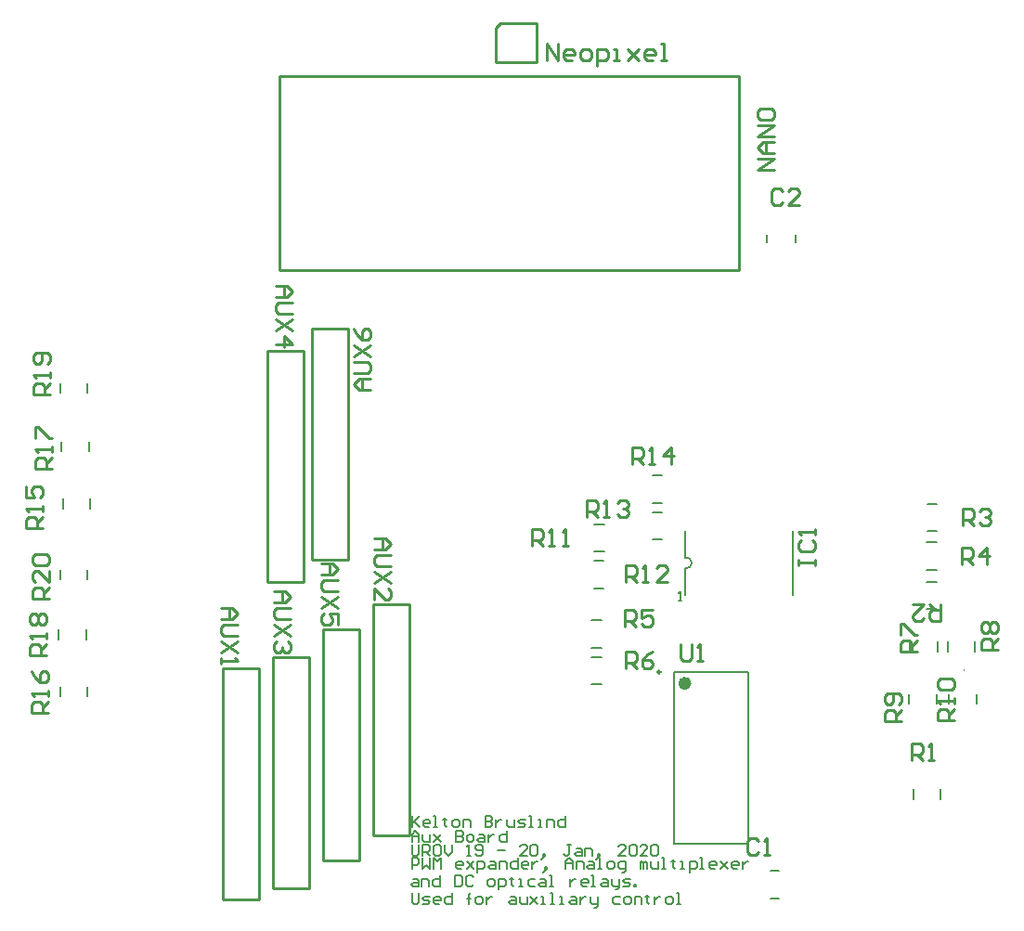
<source format=gto>
G04 Layer_Color=15132400*
%FSLAX24Y24*%
%MOIN*%
G70*
G01*
G75*
%ADD18C,0.0100*%
%ADD36C,0.0079*%
%ADD37C,0.0098*%
%ADD38C,0.0236*%
%ADD39C,0.0000*%
D18*
X16850Y20850D02*
X18150D01*
X16850Y12550D02*
Y20850D01*
Y12550D02*
X18150D01*
Y20850D01*
X15050Y19850D02*
X16350D01*
X15050Y11550D02*
Y19850D01*
Y11550D02*
X16350D01*
Y19850D01*
X18650Y21750D02*
X19950D01*
X18650Y13450D02*
Y21750D01*
Y13450D02*
X19950D01*
Y21750D01*
X14850Y30850D02*
X16150D01*
X14850Y22550D02*
Y30850D01*
Y22550D02*
X16150D01*
Y30850D01*
X16450Y31650D02*
X17750D01*
X16450Y23350D02*
Y31650D01*
Y23350D02*
X17750D01*
Y31650D01*
X13250Y19450D02*
X14550D01*
X13250Y11150D02*
Y19450D01*
Y11150D02*
X14550D01*
Y19450D01*
X23072Y41211D02*
Y42422D01*
X23239Y42589D01*
X24528D01*
X23072Y41211D02*
X24511D01*
X24528Y41228D01*
Y42589D01*
X31800Y33750D02*
Y40700D01*
X15300D02*
X31800D01*
X15300Y33750D02*
X31800D01*
X15300D02*
Y40700D01*
X33071Y37352D02*
X32471D01*
X33071Y37752D01*
X32471D01*
X33071Y37952D02*
X32671D01*
X32471Y38152D01*
X32671Y38352D01*
X33071D01*
X32771D01*
Y37952D01*
X33071Y38552D02*
X32471D01*
X33071Y38952D01*
X32471D01*
Y39452D02*
Y39252D01*
X32571Y39152D01*
X32971D01*
X33071Y39252D01*
Y39452D01*
X32971Y39552D01*
X32571D01*
X32471Y39452D01*
X7028Y21939D02*
X6428D01*
Y22239D01*
X6528Y22339D01*
X6728D01*
X6828Y22239D01*
Y21939D01*
Y22139D02*
X7028Y22339D01*
Y22939D02*
Y22539D01*
X6628Y22939D01*
X6528D01*
X6428Y22839D01*
Y22639D01*
X6528Y22539D01*
Y23139D02*
X6428Y23239D01*
Y23438D01*
X6528Y23538D01*
X6928D01*
X7028Y23438D01*
Y23239D01*
X6928Y23139D01*
X6528D01*
X7047Y29262D02*
X6447D01*
Y29562D01*
X6547Y29662D01*
X6747D01*
X6847Y29562D01*
Y29262D01*
Y29462D02*
X7047Y29662D01*
Y29862D02*
Y30062D01*
Y29962D01*
X6447D01*
X6547Y29862D01*
X6947Y30361D02*
X7047Y30461D01*
Y30661D01*
X6947Y30761D01*
X6547D01*
X6447Y30661D01*
Y30461D01*
X6547Y30361D01*
X6647D01*
X6747Y30461D01*
Y30761D01*
X6929Y19892D02*
X6329D01*
Y20192D01*
X6429Y20292D01*
X6629D01*
X6729Y20192D01*
Y19892D01*
Y20092D02*
X6929Y20292D01*
Y20492D02*
Y20691D01*
Y20592D01*
X6329D01*
X6429Y20492D01*
Y20991D02*
X6329Y21091D01*
Y21291D01*
X6429Y21391D01*
X6529D01*
X6629Y21291D01*
X6729Y21391D01*
X6829D01*
X6929Y21291D01*
Y21091D01*
X6829Y20991D01*
X6729D01*
X6629Y21091D01*
X6529Y20991D01*
X6429D01*
X6629Y21091D02*
Y21291D01*
X7116Y26614D02*
X6516D01*
Y26914D01*
X6616Y27014D01*
X6816D01*
X6916Y26914D01*
Y26614D01*
Y26814D02*
X7116Y27014D01*
Y27214D02*
Y27414D01*
Y27314D01*
X6516D01*
X6616Y27214D01*
X6516Y27714D02*
Y28114D01*
X6616D01*
X7016Y27714D01*
X7116D01*
X6998Y17835D02*
X6398D01*
Y18135D01*
X6498Y18235D01*
X6698D01*
X6798Y18135D01*
Y17835D01*
Y18035D02*
X6998Y18235D01*
Y18434D02*
Y18634D01*
Y18534D01*
X6398D01*
X6498Y18434D01*
X6398Y19334D02*
X6498Y19134D01*
X6698Y18934D01*
X6898D01*
X6998Y19034D01*
Y19234D01*
X6898Y19334D01*
X6798D01*
X6698Y19234D01*
Y18934D01*
X29705Y20314D02*
Y19815D01*
X29805Y19715D01*
X30005D01*
X30105Y19815D01*
Y20314D01*
X30305Y19715D02*
X30504D01*
X30405D01*
Y20314D01*
X30305Y20214D01*
X6781Y24469D02*
X6182D01*
Y24768D01*
X6282Y24868D01*
X6482D01*
X6582Y24768D01*
Y24469D01*
Y24668D02*
X6781Y24868D01*
Y25068D02*
Y25268D01*
Y25168D01*
X6182D01*
X6282Y25068D01*
X6182Y25968D02*
Y25568D01*
X6482D01*
X6382Y25768D01*
Y25868D01*
X6482Y25968D01*
X6682D01*
X6781Y25868D01*
Y25668D01*
X6682Y25568D01*
X27953Y26762D02*
Y27362D01*
X28253D01*
X28353Y27262D01*
Y27062D01*
X28253Y26962D01*
X27953D01*
X28153D02*
X28353Y26762D01*
X28553D02*
X28753D01*
X28653D01*
Y27362D01*
X28553Y27262D01*
X29352Y26762D02*
Y27362D01*
X29052Y27062D01*
X29452D01*
X26339Y24882D02*
Y25482D01*
X26638D01*
X26738Y25382D01*
Y25182D01*
X26638Y25082D01*
X26339D01*
X26539D02*
X26738Y24882D01*
X26938D02*
X27138D01*
X27038D01*
Y25482D01*
X26938Y25382D01*
X27438D02*
X27538Y25482D01*
X27738D01*
X27838Y25382D01*
Y25282D01*
X27738Y25182D01*
X27638D01*
X27738D01*
X27838Y25082D01*
Y24982D01*
X27738Y24882D01*
X27538D01*
X27438Y24982D01*
X27726Y22539D02*
Y23139D01*
X28026D01*
X28126Y23039D01*
Y22839D01*
X28026Y22739D01*
X27726D01*
X27926D02*
X28126Y22539D01*
X28326D02*
X28526D01*
X28426D01*
Y23139D01*
X28326Y23039D01*
X29226Y22539D02*
X28826D01*
X29226Y22939D01*
Y23039D01*
X29126Y23139D01*
X28926D01*
X28826Y23039D01*
X24341Y23829D02*
Y24429D01*
X24640D01*
X24740Y24329D01*
Y24129D01*
X24640Y24029D01*
X24341D01*
X24540D02*
X24740Y23829D01*
X24940D02*
X25140D01*
X25040D01*
Y24429D01*
X24940Y24329D01*
X25440Y23829D02*
X25640D01*
X25540D01*
Y24429D01*
X25440Y24329D01*
X39519Y17585D02*
X38919D01*
Y17885D01*
X39019Y17985D01*
X39219D01*
X39319Y17885D01*
Y17585D01*
Y17785D02*
X39519Y17985D01*
Y18185D02*
Y18385D01*
Y18285D01*
X38919D01*
X39019Y18185D01*
Y18685D02*
X38919Y18785D01*
Y18985D01*
X39019Y19085D01*
X39419D01*
X39519Y18985D01*
Y18785D01*
X39419Y18685D01*
X39019D01*
X37638Y17530D02*
X37038D01*
Y17829D01*
X37138Y17929D01*
X37338D01*
X37438Y17829D01*
Y17530D01*
Y17729D02*
X37638Y17929D01*
X37538Y18129D02*
X37638Y18229D01*
Y18429D01*
X37538Y18529D01*
X37138D01*
X37038Y18429D01*
Y18229D01*
X37138Y18129D01*
X37238D01*
X37338Y18229D01*
Y18529D01*
X41102Y20098D02*
X40503D01*
Y20398D01*
X40603Y20498D01*
X40802D01*
X40902Y20398D01*
Y20098D01*
Y20298D02*
X41102Y20498D01*
X40603Y20698D02*
X40503Y20798D01*
Y20998D01*
X40603Y21098D01*
X40702D01*
X40802Y20998D01*
X40902Y21098D01*
X41002D01*
X41102Y20998D01*
Y20798D01*
X41002Y20698D01*
X40902D01*
X40802Y20798D01*
X40702Y20698D01*
X40603D01*
X40802Y20798D02*
Y20998D01*
X38175Y20026D02*
X37575D01*
Y20326D01*
X37675Y20426D01*
X37875D01*
X37975Y20326D01*
Y20026D01*
Y20226D02*
X38175Y20426D01*
X37575Y20626D02*
Y21026D01*
X37675D01*
X38075Y20626D01*
X38175D01*
X27707Y19449D02*
Y20049D01*
X28007D01*
X28107Y19949D01*
Y19749D01*
X28007Y19649D01*
X27707D01*
X27907D02*
X28107Y19449D01*
X28706Y20049D02*
X28506Y19949D01*
X28307Y19749D01*
Y19549D01*
X28406Y19449D01*
X28606D01*
X28706Y19549D01*
Y19649D01*
X28606Y19749D01*
X28307D01*
X27687Y20935D02*
Y21535D01*
X27987D01*
X28087Y21435D01*
Y21235D01*
X27987Y21135D01*
X27687D01*
X27887D02*
X28087Y20935D01*
X28687Y21535D02*
X28287D01*
Y21235D01*
X28487Y21335D01*
X28587D01*
X28687Y21235D01*
Y21035D01*
X28587Y20935D01*
X28387D01*
X28287Y21035D01*
X39793Y23159D02*
Y23759D01*
X40093D01*
X40193Y23659D01*
Y23459D01*
X40093Y23359D01*
X39793D01*
X39993D02*
X40193Y23159D01*
X40693D02*
Y23759D01*
X40393Y23459D01*
X40793D01*
X39823Y24577D02*
Y25177D01*
X40123D01*
X40223Y25077D01*
Y24877D01*
X40123Y24777D01*
X39823D01*
X40023D02*
X40223Y24577D01*
X40423Y25077D02*
X40523Y25177D01*
X40723D01*
X40823Y25077D01*
Y24977D01*
X40723Y24877D01*
X40623D01*
X40723D01*
X40823Y24777D01*
Y24677D01*
X40723Y24577D01*
X40523D01*
X40423Y24677D01*
X39011Y21747D02*
Y21147D01*
X38711D01*
X38611Y21247D01*
Y21447D01*
X38711Y21547D01*
X39011D01*
X38811D02*
X38611Y21747D01*
X38011D02*
X38411D01*
X38011Y21347D01*
Y21247D01*
X38111Y21147D01*
X38311D01*
X38411Y21247D01*
X37994Y16129D02*
Y16728D01*
X38294D01*
X38394Y16628D01*
Y16428D01*
X38294Y16329D01*
X37994D01*
X38194D02*
X38394Y16129D01*
X38594D02*
X38794D01*
X38694D01*
Y16728D01*
X38594Y16628D01*
X15157Y33179D02*
X15557D01*
X15757Y32979D01*
X15557Y32779D01*
X15157D01*
X15457D01*
Y33179D01*
X15757Y32579D02*
X15257D01*
X15157Y32479D01*
Y32279D01*
X15257Y32179D01*
X15757D01*
Y31980D02*
X15157Y31580D01*
X15757D02*
X15157Y31980D01*
Y31080D02*
X15757D01*
X15457Y31380D01*
Y30980D01*
X15100Y22200D02*
X15500D01*
X15700Y22000D01*
X15500Y21800D01*
X15100D01*
X15400D01*
Y22200D01*
X15700Y21600D02*
X15200D01*
X15100Y21500D01*
Y21300D01*
X15200Y21200D01*
X15700D01*
Y21000D02*
X15100Y20601D01*
X15700D02*
X15100Y21000D01*
X15600Y20401D02*
X15700Y20301D01*
Y20101D01*
X15600Y20001D01*
X15500D01*
X15400Y20101D01*
Y20201D01*
Y20101D01*
X15300Y20001D01*
X15200D01*
X15100Y20101D01*
Y20301D01*
X15200Y20401D01*
X18700Y24100D02*
X19100D01*
X19300Y23900D01*
X19100Y23700D01*
X18700D01*
X19000D01*
Y24100D01*
X19300Y23500D02*
X18800D01*
X18700Y23400D01*
Y23200D01*
X18800Y23100D01*
X19300D01*
Y22900D02*
X18700Y22501D01*
X19300D02*
X18700Y22900D01*
Y21901D02*
Y22301D01*
X19100Y21901D01*
X19200D01*
X19300Y22001D01*
Y22201D01*
X19200Y22301D01*
X13200Y21600D02*
X13600D01*
X13800Y21400D01*
X13600Y21200D01*
X13200D01*
X13500D01*
Y21600D01*
X13800Y21000D02*
X13300D01*
X13200Y20900D01*
Y20700D01*
X13300Y20600D01*
X13800D01*
Y20400D02*
X13200Y20001D01*
X13800D02*
X13200Y20400D01*
Y19801D02*
Y19601D01*
Y19701D01*
X13800D01*
X13700Y19801D01*
X16800Y23200D02*
X17200D01*
X17400Y23000D01*
X17200Y22800D01*
X16800D01*
X17100D01*
Y23200D01*
X17400Y22600D02*
X16900D01*
X16800Y22500D01*
Y22300D01*
X16900Y22200D01*
X17400D01*
Y22000D02*
X16800Y21601D01*
X17400D02*
X16800Y22000D01*
X17400Y21001D02*
Y21401D01*
X17100D01*
X17200Y21201D01*
Y21101D01*
X17100Y21001D01*
X16900D01*
X16800Y21101D01*
Y21301D01*
X16900Y21401D01*
X18553Y29429D02*
X18153D01*
X17953Y29629D01*
X18153Y29829D01*
X18553D01*
X18253D01*
Y29429D01*
X17953Y30029D02*
X18453D01*
X18553Y30129D01*
Y30329D01*
X18453Y30429D01*
X17953D01*
Y30629D02*
X18553Y31029D01*
X17953D02*
X18553Y30629D01*
X17953Y31628D02*
X18053Y31428D01*
X18253Y31229D01*
X18453D01*
X18553Y31329D01*
Y31528D01*
X18453Y31628D01*
X18353D01*
X18253Y31528D01*
Y31229D01*
X33918Y23140D02*
Y23340D01*
Y23240D01*
X34518D01*
Y23140D01*
Y23340D01*
X34018Y24039D02*
X33918Y23939D01*
Y23740D01*
X34018Y23640D01*
X34418D01*
X34518Y23740D01*
Y23939D01*
X34418Y24039D01*
X34518Y24239D02*
Y24439D01*
Y24339D01*
X33918D01*
X34018Y24239D01*
X33372Y36573D02*
X33272Y36673D01*
X33072D01*
X32972Y36573D01*
Y36173D01*
X33072Y36073D01*
X33272D01*
X33372Y36173D01*
X33972Y36073D02*
X33572D01*
X33972Y36473D01*
Y36573D01*
X33872Y36673D01*
X33672D01*
X33572Y36573D01*
X32481Y13233D02*
X32381Y13333D01*
X32181D01*
X32081Y13233D01*
Y12833D01*
X32181Y12733D01*
X32381D01*
X32481Y12833D01*
X32681Y12733D02*
X32881D01*
X32781D01*
Y13333D01*
X32681Y13233D01*
X24892Y41280D02*
Y41879D01*
X25292Y41280D01*
Y41879D01*
X25791Y41280D02*
X25592D01*
X25492Y41379D01*
Y41579D01*
X25592Y41679D01*
X25791D01*
X25891Y41579D01*
Y41479D01*
X25492D01*
X26191Y41280D02*
X26391D01*
X26491Y41379D01*
Y41579D01*
X26391Y41679D01*
X26191D01*
X26091Y41579D01*
Y41379D01*
X26191Y41280D01*
X26691Y41080D02*
Y41679D01*
X26991D01*
X27091Y41579D01*
Y41379D01*
X26991Y41280D01*
X26691D01*
X27291D02*
X27491D01*
X27391D01*
Y41679D01*
X27291D01*
X27791D02*
X28191Y41280D01*
X27991Y41479D01*
X28191Y41679D01*
X27791Y41280D01*
X28691D02*
X28491D01*
X28391Y41379D01*
Y41579D01*
X28491Y41679D01*
X28691D01*
X28790Y41579D01*
Y41479D01*
X28391D01*
X28990Y41280D02*
X29190D01*
X29090D01*
Y41879D01*
X28990D01*
D36*
X29871Y23032D02*
G03*
X29860Y23419I31J194D01*
G01*
X32785Y34734D02*
Y35010D01*
X33809Y34734D02*
Y35010D01*
X7508Y25173D02*
Y25527D01*
X8492Y25173D02*
Y25527D01*
X28681Y26358D02*
X29035D01*
X28681Y25374D02*
X29035D01*
X28681Y24065D02*
X29035D01*
X28681Y25049D02*
X29035D01*
X26575Y23297D02*
X26929D01*
X26575Y22313D02*
X26929D01*
X26595Y23622D02*
X26949D01*
X26595Y24606D02*
X26949D01*
X39326Y18158D02*
Y18512D01*
X40311Y18158D02*
Y18512D01*
X38888Y18159D02*
Y18514D01*
X37904Y18159D02*
Y18514D01*
X40266Y20049D02*
Y20404D01*
X39281Y20049D02*
Y20404D01*
X37933Y20049D02*
Y20404D01*
X38917Y20049D02*
Y20404D01*
X26496Y18868D02*
X26850D01*
X26496Y19852D02*
X26850D01*
X26496Y21171D02*
X26850D01*
X26496Y20187D02*
X26850D01*
X38524Y23967D02*
X38878D01*
X38524Y22982D02*
X38878D01*
X38543Y24370D02*
X38898D01*
X38543Y25354D02*
X38898D01*
X38533Y21555D02*
X38888D01*
X38533Y22539D02*
X38888D01*
X38041Y14734D02*
Y15089D01*
X39026Y14734D02*
Y15089D01*
X29858Y22077D02*
Y23042D01*
Y23414D02*
Y24380D01*
X33708Y22077D02*
Y24380D01*
X32933Y11161D02*
X33209D01*
X32933Y12185D02*
X33209D01*
X29449Y13150D02*
Y19291D01*
X32126Y13150D02*
Y19291D01*
X29449D02*
X32126D01*
X29449Y13150D02*
X32126D01*
X8392Y22623D02*
Y22977D01*
X7408Y22623D02*
Y22977D01*
X8342Y20473D02*
Y20827D01*
X7358Y20473D02*
Y20827D01*
X8392Y18423D02*
Y18777D01*
X7408Y18423D02*
Y18777D01*
X8442Y27223D02*
Y27577D01*
X7458Y27223D02*
Y27577D01*
X8392Y29323D02*
Y29677D01*
X7408Y29323D02*
Y29677D01*
X20049Y14134D02*
Y13740D01*
Y13871D01*
X20312Y14134D01*
X20115Y13937D01*
X20312Y13740D01*
X20640D02*
X20508D01*
X20443Y13806D01*
Y13937D01*
X20508Y14003D01*
X20640D01*
X20705Y13937D01*
Y13871D01*
X20443D01*
X20836Y13740D02*
X20968D01*
X20902D01*
Y14134D01*
X20836D01*
X21230Y14068D02*
Y14003D01*
X21164D01*
X21296D01*
X21230D01*
Y13806D01*
X21296Y13740D01*
X21558D02*
X21689D01*
X21755Y13806D01*
Y13937D01*
X21689Y14003D01*
X21558D01*
X21492Y13937D01*
Y13806D01*
X21558Y13740D01*
X21886D02*
Y14003D01*
X22083D01*
X22148Y13937D01*
Y13740D01*
X22673Y14134D02*
Y13740D01*
X22870D01*
X22935Y13806D01*
Y13871D01*
X22870Y13937D01*
X22673D01*
X22870D01*
X22935Y14003D01*
Y14068D01*
X22870Y14134D01*
X22673D01*
X23067Y14003D02*
Y13740D01*
Y13871D01*
X23132Y13937D01*
X23198Y14003D01*
X23263D01*
X23460D02*
Y13806D01*
X23526Y13740D01*
X23723D01*
Y14003D01*
X23854Y13740D02*
X24051D01*
X24116Y13806D01*
X24051Y13871D01*
X23919D01*
X23854Y13937D01*
X23919Y14003D01*
X24116D01*
X24247Y13740D02*
X24379D01*
X24313D01*
Y14134D01*
X24247D01*
X24575Y13740D02*
X24706D01*
X24641D01*
Y14003D01*
X24575D01*
X24903Y13740D02*
Y14003D01*
X25100D01*
X25166Y13937D01*
Y13740D01*
X25559Y14134D02*
Y13740D01*
X25362D01*
X25297Y13806D01*
Y13937D01*
X25362Y14003D01*
X25559D01*
X20041Y13199D02*
Y13462D01*
X20172Y13593D01*
X20303Y13462D01*
Y13199D01*
Y13396D01*
X20041D01*
X20434Y13462D02*
Y13265D01*
X20500Y13199D01*
X20697D01*
Y13462D01*
X20828D02*
X21090Y13199D01*
X20959Y13330D01*
X21090Y13462D01*
X20828Y13199D01*
X21615Y13593D02*
Y13199D01*
X21812D01*
X21877Y13265D01*
Y13330D01*
X21812Y13396D01*
X21615D01*
X21812D01*
X21877Y13462D01*
Y13527D01*
X21812Y13593D01*
X21615D01*
X22074Y13199D02*
X22205D01*
X22271Y13265D01*
Y13396D01*
X22205Y13462D01*
X22074D01*
X22008Y13396D01*
Y13265D01*
X22074Y13199D01*
X22468Y13462D02*
X22599D01*
X22664Y13396D01*
Y13199D01*
X22468D01*
X22402Y13265D01*
X22468Y13330D01*
X22664D01*
X22796Y13462D02*
Y13199D01*
Y13330D01*
X22861Y13396D01*
X22927Y13462D01*
X22992D01*
X23452Y13593D02*
Y13199D01*
X23255D01*
X23189Y13265D01*
Y13396D01*
X23255Y13462D01*
X23452D01*
X20041Y13093D02*
Y12765D01*
X20106Y12699D01*
X20237D01*
X20303Y12765D01*
Y13093D01*
X20434Y12699D02*
Y13093D01*
X20631D01*
X20697Y13027D01*
Y12896D01*
X20631Y12830D01*
X20434D01*
X20565D02*
X20697Y12699D01*
X21024Y13093D02*
X20893D01*
X20828Y13027D01*
Y12765D01*
X20893Y12699D01*
X21024D01*
X21090Y12765D01*
Y13027D01*
X21024Y13093D01*
X21221D02*
Y12830D01*
X21352Y12699D01*
X21484Y12830D01*
Y13093D01*
X22008Y12699D02*
X22140D01*
X22074D01*
Y13093D01*
X22008Y13027D01*
X22336Y12765D02*
X22402Y12699D01*
X22533D01*
X22599Y12765D01*
Y13027D01*
X22533Y13093D01*
X22402D01*
X22336Y13027D01*
Y12962D01*
X22402Y12896D01*
X22599D01*
X23124D02*
X23386D01*
X24173Y12699D02*
X23911D01*
X24173Y12962D01*
Y13027D01*
X24107Y13093D01*
X23976D01*
X23911Y13027D01*
X24304D02*
X24370Y13093D01*
X24501D01*
X24567Y13027D01*
Y12765D01*
X24501Y12699D01*
X24370D01*
X24304Y12765D01*
Y13027D01*
X24763Y12634D02*
X24829Y12699D01*
Y12765D01*
X24763D01*
Y12699D01*
X24829D01*
X24763Y12634D01*
X24698Y12568D01*
X25747Y13093D02*
X25616D01*
X25682D01*
Y12765D01*
X25616Y12699D01*
X25551D01*
X25485Y12765D01*
X25944Y12962D02*
X26075D01*
X26141Y12896D01*
Y12699D01*
X25944D01*
X25879Y12765D01*
X25944Y12830D01*
X26141D01*
X26272Y12699D02*
Y12962D01*
X26469D01*
X26535Y12896D01*
Y12699D01*
X26731Y12634D02*
X26797Y12699D01*
Y12765D01*
X26731D01*
Y12699D01*
X26797D01*
X26731Y12634D01*
X26666Y12568D01*
X27715Y12699D02*
X27453D01*
X27715Y12962D01*
Y13027D01*
X27650Y13093D01*
X27518D01*
X27453Y13027D01*
X27846D02*
X27912Y13093D01*
X28043D01*
X28109Y13027D01*
Y12765D01*
X28043Y12699D01*
X27912D01*
X27846Y12765D01*
Y13027D01*
X28502Y12699D02*
X28240D01*
X28502Y12962D01*
Y13027D01*
X28437Y13093D01*
X28306D01*
X28240Y13027D01*
X28634D02*
X28699Y13093D01*
X28830D01*
X28896Y13027D01*
Y12765D01*
X28830Y12699D01*
X28699D01*
X28634Y12765D01*
Y13027D01*
X20041Y12249D02*
Y12643D01*
X20237D01*
X20303Y12577D01*
Y12446D01*
X20237Y12380D01*
X20041D01*
X20434Y12643D02*
Y12249D01*
X20565Y12380D01*
X20697Y12249D01*
Y12643D01*
X20828Y12249D02*
Y12643D01*
X20959Y12512D01*
X21090Y12643D01*
Y12249D01*
X21812D02*
X21680D01*
X21615Y12315D01*
Y12446D01*
X21680Y12512D01*
X21812D01*
X21877Y12446D01*
Y12380D01*
X21615D01*
X22008Y12512D02*
X22271Y12249D01*
X22140Y12380D01*
X22271Y12512D01*
X22008Y12249D01*
X22402Y12118D02*
Y12512D01*
X22599D01*
X22664Y12446D01*
Y12315D01*
X22599Y12249D01*
X22402D01*
X22861Y12512D02*
X22992D01*
X23058Y12446D01*
Y12249D01*
X22861D01*
X22796Y12315D01*
X22861Y12380D01*
X23058D01*
X23189Y12249D02*
Y12512D01*
X23386D01*
X23452Y12446D01*
Y12249D01*
X23845Y12643D02*
Y12249D01*
X23648D01*
X23583Y12315D01*
Y12446D01*
X23648Y12512D01*
X23845D01*
X24173Y12249D02*
X24042D01*
X23976Y12315D01*
Y12446D01*
X24042Y12512D01*
X24173D01*
X24239Y12446D01*
Y12380D01*
X23976D01*
X24370Y12512D02*
Y12249D01*
Y12380D01*
X24435Y12446D01*
X24501Y12512D01*
X24567D01*
X24829Y12184D02*
X24895Y12249D01*
Y12315D01*
X24829D01*
Y12249D01*
X24895D01*
X24829Y12184D01*
X24763Y12118D01*
X25551Y12249D02*
Y12512D01*
X25682Y12643D01*
X25813Y12512D01*
Y12249D01*
Y12446D01*
X25551D01*
X25944Y12249D02*
Y12512D01*
X26141D01*
X26207Y12446D01*
Y12249D01*
X26403Y12512D02*
X26535D01*
X26600Y12446D01*
Y12249D01*
X26403D01*
X26338Y12315D01*
X26403Y12380D01*
X26600D01*
X26731Y12249D02*
X26862D01*
X26797D01*
Y12643D01*
X26731D01*
X27125Y12249D02*
X27256D01*
X27322Y12315D01*
Y12446D01*
X27256Y12512D01*
X27125D01*
X27059Y12446D01*
Y12315D01*
X27125Y12249D01*
X27584Y12118D02*
X27650D01*
X27715Y12184D01*
Y12512D01*
X27518D01*
X27453Y12446D01*
Y12315D01*
X27518Y12249D01*
X27715D01*
X28240D02*
Y12512D01*
X28306D01*
X28371Y12446D01*
Y12249D01*
Y12446D01*
X28437Y12512D01*
X28502Y12446D01*
Y12249D01*
X28634Y12512D02*
Y12315D01*
X28699Y12249D01*
X28896D01*
Y12512D01*
X29027Y12249D02*
X29158D01*
X29093D01*
Y12643D01*
X29027D01*
X29421Y12577D02*
Y12512D01*
X29355D01*
X29486D01*
X29421D01*
Y12315D01*
X29486Y12249D01*
X29683D02*
X29814D01*
X29749D01*
Y12512D01*
X29683D01*
X30011Y12118D02*
Y12512D01*
X30208D01*
X30273Y12446D01*
Y12315D01*
X30208Y12249D01*
X30011D01*
X30405D02*
X30536D01*
X30470D01*
Y12643D01*
X30405D01*
X30929Y12249D02*
X30798D01*
X30733Y12315D01*
Y12446D01*
X30798Y12512D01*
X30929D01*
X30995Y12446D01*
Y12380D01*
X30733D01*
X31126Y12512D02*
X31389Y12249D01*
X31257Y12380D01*
X31389Y12512D01*
X31126Y12249D01*
X31717D02*
X31585D01*
X31520Y12315D01*
Y12446D01*
X31585Y12512D01*
X31717D01*
X31782Y12446D01*
Y12380D01*
X31520D01*
X31913Y12512D02*
Y12249D01*
Y12380D01*
X31979Y12446D01*
X32045Y12512D01*
X32110D01*
X20077Y11883D02*
X20209D01*
X20274Y11817D01*
Y11620D01*
X20077D01*
X20012Y11686D01*
X20077Y11752D01*
X20274D01*
X20405Y11620D02*
Y11883D01*
X20602D01*
X20668Y11817D01*
Y11620D01*
X21061Y12014D02*
Y11620D01*
X20865D01*
X20799Y11686D01*
Y11817D01*
X20865Y11883D01*
X21061D01*
X21586Y12014D02*
Y11620D01*
X21783D01*
X21848Y11686D01*
Y11948D01*
X21783Y12014D01*
X21586D01*
X22242Y11948D02*
X22176Y12014D01*
X22045D01*
X21980Y11948D01*
Y11686D01*
X22045Y11620D01*
X22176D01*
X22242Y11686D01*
X22832Y11620D02*
X22964D01*
X23029Y11686D01*
Y11817D01*
X22964Y11883D01*
X22832D01*
X22767Y11817D01*
Y11686D01*
X22832Y11620D01*
X23160Y11489D02*
Y11883D01*
X23357D01*
X23423Y11817D01*
Y11686D01*
X23357Y11620D01*
X23160D01*
X23620Y11948D02*
Y11883D01*
X23554D01*
X23685D01*
X23620D01*
Y11686D01*
X23685Y11620D01*
X23882D02*
X24013D01*
X23948D01*
Y11883D01*
X23882D01*
X24472D02*
X24276D01*
X24210Y11817D01*
Y11686D01*
X24276Y11620D01*
X24472D01*
X24669Y11883D02*
X24800D01*
X24866Y11817D01*
Y11620D01*
X24669D01*
X24604Y11686D01*
X24669Y11752D01*
X24866D01*
X24997Y11620D02*
X25128D01*
X25063D01*
Y12014D01*
X24997D01*
X25719Y11883D02*
Y11620D01*
Y11752D01*
X25784Y11817D01*
X25850Y11883D01*
X25915D01*
X26309Y11620D02*
X26178D01*
X26112Y11686D01*
Y11817D01*
X26178Y11883D01*
X26309D01*
X26375Y11817D01*
Y11752D01*
X26112D01*
X26506Y11620D02*
X26637D01*
X26571D01*
Y12014D01*
X26506D01*
X26899Y11883D02*
X27031D01*
X27096Y11817D01*
Y11620D01*
X26899D01*
X26834Y11686D01*
X26899Y11752D01*
X27096D01*
X27227Y11883D02*
Y11686D01*
X27293Y11620D01*
X27490D01*
Y11555D01*
X27424Y11489D01*
X27359D01*
X27490Y11620D02*
Y11883D01*
X27621Y11620D02*
X27818D01*
X27883Y11686D01*
X27818Y11752D01*
X27687D01*
X27621Y11817D01*
X27687Y11883D01*
X27883D01*
X28014Y11620D02*
Y11686D01*
X28080D01*
Y11620D01*
X28014D01*
X29622Y21878D02*
X29727D01*
X29674D01*
Y22193D01*
X29622Y22141D01*
X20041Y11364D02*
Y11036D01*
X20107Y10971D01*
X20238D01*
X20304Y11036D01*
Y11364D01*
X20435Y10971D02*
X20632D01*
X20697Y11036D01*
X20632Y11102D01*
X20501D01*
X20435Y11168D01*
X20501Y11233D01*
X20697D01*
X21025Y10971D02*
X20894D01*
X20828Y11036D01*
Y11168D01*
X20894Y11233D01*
X21025D01*
X21091Y11168D01*
Y11102D01*
X20828D01*
X21484Y11364D02*
Y10971D01*
X21288D01*
X21222Y11036D01*
Y11168D01*
X21288Y11233D01*
X21484D01*
X22075Y10971D02*
Y11299D01*
Y11168D01*
X22009D01*
X22140D01*
X22075D01*
Y11299D01*
X22140Y11364D01*
X22403Y10971D02*
X22534D01*
X22600Y11036D01*
Y11168D01*
X22534Y11233D01*
X22403D01*
X22337Y11168D01*
Y11036D01*
X22403Y10971D01*
X22731Y11233D02*
Y10971D01*
Y11102D01*
X22796Y11168D01*
X22862Y11233D01*
X22928D01*
X23584D02*
X23715D01*
X23780Y11168D01*
Y10971D01*
X23584D01*
X23518Y11036D01*
X23584Y11102D01*
X23780D01*
X23911Y11233D02*
Y11036D01*
X23977Y10971D01*
X24174D01*
Y11233D01*
X24305D02*
X24567Y10971D01*
X24436Y11102D01*
X24567Y11233D01*
X24305Y10971D01*
X24699D02*
X24830D01*
X24764D01*
Y11233D01*
X24699D01*
X25027Y10971D02*
X25158D01*
X25092D01*
Y11364D01*
X25027D01*
X25355Y10971D02*
X25486D01*
X25420D01*
Y11233D01*
X25355D01*
X25748D02*
X25879D01*
X25945Y11168D01*
Y10971D01*
X25748D01*
X25683Y11036D01*
X25748Y11102D01*
X25945D01*
X26076Y11233D02*
Y10971D01*
Y11102D01*
X26142Y11168D01*
X26207Y11233D01*
X26273D01*
X26470D02*
Y11036D01*
X26535Y10971D01*
X26732D01*
Y10905D01*
X26667Y10840D01*
X26601D01*
X26732Y10971D02*
Y11233D01*
X27519D02*
X27322D01*
X27257Y11168D01*
Y11036D01*
X27322Y10971D01*
X27519D01*
X27716D02*
X27847D01*
X27913Y11036D01*
Y11168D01*
X27847Y11233D01*
X27716D01*
X27650Y11168D01*
Y11036D01*
X27716Y10971D01*
X28044D02*
Y11233D01*
X28241D01*
X28306Y11168D01*
Y10971D01*
X28503Y11299D02*
Y11233D01*
X28438D01*
X28569D01*
X28503D01*
Y11036D01*
X28569Y10971D01*
X28766Y11233D02*
Y10971D01*
Y11102D01*
X28831Y11168D01*
X28897Y11233D01*
X28962D01*
X29225Y10971D02*
X29356D01*
X29422Y11036D01*
Y11168D01*
X29356Y11233D01*
X29225D01*
X29159Y11168D01*
Y11036D01*
X29225Y10971D01*
X29553D02*
X29684D01*
X29618D01*
Y11364D01*
X29553D01*
D37*
X28967Y19305D02*
G03*
X28967Y19305I-49J0D01*
G01*
D38*
X29961Y18898D02*
G03*
X29961Y18898I-118J0D01*
G01*
D39*
X39859Y19388D02*
X39859Y19388D01*
Y19388D01*
X39859Y19388D01*
X39859D01*
X39859Y19388D01*
Y19388D01*
X39859Y19388D01*
X39859Y19388D02*
Y19388D01*
X39859D01*
Y19388D01*
X39859D01*
X39859D02*
Y19388D01*
X39859D01*
Y19388D01*
X39859D01*
X39859Y19388D02*
X39859Y19388D01*
X39859Y19388D02*
X39859D01*
X39859Y19388D01*
Y19388D01*
X39859Y19388D01*
X39859D01*
X39859Y19388D02*
Y19388D01*
X39859Y19388D01*
X39859Y19388D01*
Y19388D01*
X39859Y19388D01*
X39859Y19388D01*
Y19388D01*
X39859Y19388D02*
Y19388D01*
X39859Y19388D01*
X39859D01*
X39859Y19388D01*
Y19388D01*
X39859Y19388D01*
X39859D01*
Y19388D01*
X39859Y19387D02*
X39859D01*
X39859D01*
X39859Y19387D01*
X39859Y19387D01*
Y19387D01*
X39859Y19387D02*
Y19387D01*
X39859Y19387D01*
X39859Y19387D01*
Y19387D01*
X39859Y19387D01*
X39859Y19387D01*
Y19387D01*
X39859Y19387D02*
X39859Y19387D01*
X39859Y19387D02*
Y19387D01*
Y19387D01*
X39859D01*
X39859Y19387D01*
Y19387D01*
X39859Y19387D01*
X39859Y19387D02*
Y19387D01*
X39859Y19387D01*
X39859D01*
X39859Y19387D01*
Y19387D01*
X39859Y19387D01*
X39859D01*
X39859Y19387D01*
X39859Y19387D02*
X39859D01*
X39859D01*
X39859Y19387D01*
X39859Y19387D01*
Y19387D01*
X39859Y19386D02*
Y19386D01*
Y19386D01*
X39859D01*
Y19386D01*
Y19386D02*
Y19386D01*
X39859Y19386D01*
X39859D01*
Y19386D01*
X39859Y19386D01*
X39859Y19386D01*
Y19386D01*
X39859Y19386D02*
X39859D01*
Y19386D01*
X39859Y19386D01*
X39859D01*
X39859Y19386D02*
X39859D01*
Y19386D01*
X39859Y19386D01*
X39859D01*
X39859Y19386D01*
Y19386D01*
Y19386D01*
X39859Y19386D01*
X39859D01*
X39859Y19386D01*
Y19386D01*
X39859Y19386D02*
X39859D01*
X39859D01*
X39859Y19386D01*
X39859Y19386D01*
Y19386D01*
Y19385D02*
X39859D01*
X39859Y19385D01*
Y19385D01*
X39859D01*
X39859Y19385D02*
Y19385D01*
X39859Y19385D01*
X39859Y19385D01*
Y19385D01*
X39859Y19385D01*
X39859Y19385D01*
Y19385D01*
X39859Y19385D02*
Y19385D01*
Y19385D01*
X39859D01*
Y19385D01*
X39859Y19385D02*
Y19385D01*
Y19385D01*
X39859D01*
Y19385D01*
X39859Y19385D02*
X39859D01*
Y19385D01*
X39859Y19385D01*
X39859D01*
X39859Y19385D02*
X39859D01*
Y19385D01*
X39859Y19385D01*
X39859D01*
X39859Y19385D01*
Y19385D01*
X39859Y19385D02*
X39859Y19384D01*
X39859Y19384D02*
X39859D01*
Y19384D01*
X39859Y19384D01*
X39859D01*
X39859Y19384D01*
Y19384D01*
X39859Y19384D02*
Y19384D01*
X39859Y19384D01*
X39859D01*
X39859Y19384D01*
Y19384D01*
X39859Y19384D01*
X39859D01*
X39859Y19384D01*
X39859Y19384D02*
Y19384D01*
X39859Y19384D01*
X39859D01*
X39859Y19384D01*
Y19384D01*
X39859Y19384D02*
X39859D01*
X39859Y19384D01*
Y19384D01*
X39859D01*
X39859Y19384D02*
X39859D01*
Y19384D01*
X39859Y19384D01*
X39859D01*
X39859D01*
X39859Y19384D01*
X39859Y19384D01*
X39859D01*
Y19383D02*
Y19383D01*
X39859Y19383D01*
X39859D01*
X39859Y19383D01*
Y19383D01*
X39859Y19383D01*
X39859D01*
Y19383D01*
X39859Y19383D02*
X39859D01*
Y19383D01*
X39859Y19383D01*
X39859D01*
X39859Y19383D02*
X39859D01*
Y19383D01*
Y19383D01*
Y19383D01*
X39859D01*
X39859Y19383D01*
Y19383D02*
Y19383D01*
X39859Y19383D01*
X39859Y19383D01*
Y19383D01*
X39859Y19383D01*
X39859Y19383D01*
Y19383D01*
X39859Y19383D02*
X39859Y19383D01*
X39859Y19383D02*
X39859Y19383D01*
Y19383D01*
X39859Y19383D01*
X39859D01*
X39859Y19383D01*
Y19383D01*
X39859Y19383D01*
X39859D01*
Y19383D01*
X39859Y19382D02*
Y19382D01*
Y19382D01*
X39859D01*
Y19382D01*
X39859Y19382D02*
X39859D01*
Y19382D01*
Y19382D01*
Y19382D01*
X39859D01*
X39859Y19382D01*
X39859Y19382D02*
X39859D01*
X39859D01*
Y19382D01*
X39859D01*
X39859D01*
X39859Y19382D02*
X39859D01*
X39859Y19382D01*
Y19382D01*
X39859D01*
X39859Y19382D02*
X39859D01*
Y19382D01*
X39859Y19382D01*
X39859D01*
X39859D01*
X39859Y19382D01*
Y19382D01*
X39859Y19382D02*
X39859Y19382D01*
X39859Y19382D02*
X39859D01*
Y19381D01*
X39859Y19381D01*
X39859D01*
X39859Y19381D01*
Y19382D01*
X39859Y19381D02*
Y19381D01*
X39859Y19381D01*
X39859D01*
X39859Y19381D01*
Y19381D01*
X39859Y19381D01*
X39859D01*
Y19381D01*
X39859Y19381D02*
X39859D01*
X39859D01*
X39859Y19381D01*
X39859Y19381D01*
Y19381D01*
X39859Y19381D02*
Y19381D01*
X39859Y19381D01*
X39859Y19381D01*
Y19381D01*
X39859Y19381D01*
X39859Y19381D01*
Y19381D01*
X39859Y19381D02*
Y19381D01*
X39859Y19381D01*
X39859D01*
X39859Y19381D01*
Y19381D01*
X39859Y19381D01*
X39859D01*
X39859Y19381D01*
Y19381D02*
X39859D01*
Y19381D01*
X39859Y19381D01*
X39859D01*
X39859Y19380D02*
Y19380D01*
X39859Y19380D01*
X39859D01*
Y19380D01*
X39859Y19381D01*
X39859Y19380D01*
Y19380D01*
X39859Y19380D02*
Y19380D01*
Y19380D01*
X39859D01*
Y19380D01*
X39859Y19380D02*
X39859D01*
Y19380D01*
X39859Y19380D01*
X39859D01*
X39859Y19380D01*
Y19380D01*
X39859Y19380D02*
X39859D01*
X39859D01*
X39859Y19380D01*
X39859Y19380D01*
Y19380D01*
X39859Y19380D02*
Y19380D01*
X39859Y19380D01*
X39859D01*
X39859Y19380D01*
Y19380D01*
X39859Y19380D01*
X39859D01*
X39859Y19380D01*
X39859Y19380D02*
Y19380D01*
X39859Y19380D01*
X39859D01*
X39859Y19379D02*
Y19379D01*
X39859Y19380D01*
X39859D01*
X39859Y19379D01*
Y19379D01*
X39859Y19379D01*
X39859D01*
Y19380D01*
X39859Y19379D02*
Y19379D01*
X39859Y19379D01*
X39859D01*
X39859Y19379D01*
Y19379D01*
X39859Y19379D02*
X39859D01*
Y19379D01*
Y19379D01*
Y19379D01*
X39859D01*
X39859Y19379D01*
Y19379D02*
Y19379D01*
X39859Y19379D01*
X39859Y19379D01*
Y19379D01*
X39859Y19379D01*
X39859Y19379D01*
Y19379D01*
X39859Y19379D02*
X39859Y19379D01*
X39859Y19379D02*
X39859D01*
X39859Y19379D01*
X39859Y19379D01*
X39859D01*
X39859D01*
Y19379D01*
X39859Y19379D02*
Y19378D01*
Y19378D01*
X39859D01*
Y19379D01*
X39859Y19378D02*
X39859D01*
Y19378D01*
Y19378D01*
Y19378D01*
X39859D01*
X39859Y19378D01*
Y19378D02*
Y19378D01*
Y19378D01*
X39859D01*
Y19378D01*
Y19378D02*
X39859D01*
X39859Y19378D01*
Y19378D01*
X39859D01*
X39859Y19378D02*
X39859D01*
Y19378D01*
X39859Y19378D01*
X39859D01*
X39859D01*
X39859Y19378D01*
X39859Y19378D01*
X39859D01*
X39859Y19378D02*
Y19378D01*
X39859Y19377D02*
X39859Y19378D01*
Y19378D01*
X39859Y19378D01*
X39859D01*
X39859Y19378D01*
Y19378D01*
X39859Y19377D01*
X39859Y19377D02*
Y19377D01*
Y19377D01*
X39859D01*
Y19377D01*
Y19377D02*
X39859D01*
X39859D01*
X39859Y19377D01*
X39859Y19377D01*
Y19377D01*
Y19377D02*
Y19377D01*
X39859Y19377D01*
X39859D01*
X39859Y19377D01*
Y19377D01*
X39859Y19377D02*
X39859D01*
X39859Y19377D01*
Y19377D01*
X39859D01*
X39859Y19377D02*
Y19377D01*
Y19377D01*
X39859D01*
Y19377D01*
X39859Y19377D02*
X39859D01*
Y19377D01*
Y19377D01*
Y19377D01*
X39859D01*
X39859Y19377D01*
Y19376D02*
X39859D01*
Y19376D01*
X39859Y19376D01*
X39859D01*
X39859D01*
X39859Y19376D01*
X39859Y19376D01*
X39859D01*
X39859Y19376D02*
Y19376D01*
X39859Y19376D01*
X39859D01*
Y19376D01*
X39859Y19376D01*
X39859Y19376D01*
Y19376D01*
X39859Y19376D02*
X39859D01*
X39859D02*
X39859Y19376D01*
X39859Y19376D02*
X39859Y19376D01*
Y19376D02*
Y19376D01*
X39859Y19376D01*
X39859D01*
X39859Y19376D01*
Y19376D01*
X39859Y19376D01*
X39859D01*
Y19376D01*
X39859Y19376D02*
X39859D01*
X39859D01*
X39859Y19376D01*
X39859Y19376D01*
Y19376D01*
X39859Y19375D02*
X39859D01*
Y19375D01*
X39859Y19375D01*
X39859D01*
X39859Y19375D01*
Y19375D01*
X39859Y19375D02*
X39859D01*
X39859D01*
X39859Y19375D01*
X39859Y19375D01*
Y19375D01*
X39859Y19375D02*
Y19375D01*
X39859Y19375D01*
X39859D01*
X39859Y19375D01*
Y19375D01*
X39859Y19375D01*
X39859D01*
X39859Y19375D01*
X39859Y19375D02*
Y19375D01*
X39859Y19375D01*
X39859D01*
X39859Y19375D02*
Y19375D01*
X39859Y19375D01*
X39859D01*
X39859Y19375D01*
Y19375D01*
X39859Y19375D01*
X39859D01*
Y19375D01*
X39859Y19375D02*
Y19375D01*
X39859Y19375D01*
X39859D01*
X39859Y19375D01*
Y19375D01*
X39859Y19374D02*
X39859D01*
Y19374D01*
Y19374D01*
Y19374D01*
X39859D01*
X39859Y19374D01*
Y19374D02*
Y19374D01*
X39859Y19374D01*
X39859Y19374D01*
Y19374D01*
X39859Y19374D01*
X39859Y19374D01*
Y19374D01*
X39859Y19374D02*
X39859Y19374D01*
X39859Y19374D02*
X39859D01*
Y19374D01*
X39859Y19374D01*
X39859D01*
X39859Y19374D01*
Y19374D01*
Y19374D01*
X39859Y19374D01*
X39859D01*
X39859Y19374D01*
Y19374D01*
X39859Y19374D02*
X39859D01*
X39859Y19374D01*
Y19374D01*
X39859D01*
X39859Y19374D02*
Y19374D01*
X39859Y19374D01*
X39859Y19374D01*
Y19374D01*
X39859Y19374D01*
X39859Y19374D01*
Y19374D01*
X39859Y19373D02*
Y19373D01*
Y19373D01*
X39859D01*
Y19373D01*
X39859Y19373D02*
X39859D01*
Y19373D01*
X39859Y19373D01*
X39859D01*
Y19373D02*
Y19373D01*
X39859Y19373D01*
X39859D01*
X39859Y19373D01*
Y19373D01*
X39859Y19373D01*
X39859D01*
Y19373D01*
X39859Y19373D02*
Y19373D01*
X39859Y19373D01*
X39859Y19373D01*
Y19373D01*
X39859Y19373D01*
X39859Y19373D01*
Y19373D01*
X39859Y19373D02*
Y19373D01*
X39859Y19373D01*
X39859Y19373D01*
Y19373D01*
X39859Y19373D01*
X39859Y19373D01*
Y19373D01*
X39859Y19373D02*
Y19373D01*
X39859Y19372D02*
X39859Y19372D01*
Y19372D01*
X39859Y19372D01*
X39859D01*
X39859Y19372D01*
Y19372D01*
X39859Y19372D01*
X39859Y19372D02*
Y19372D01*
X39859Y19372D01*
X39859D01*
Y19372D01*
X39859Y19372D01*
X39859Y19372D01*
Y19372D01*
X39859Y19372D02*
X39859D01*
X39859D01*
X39859Y19372D01*
X39859Y19372D01*
Y19372D01*
X39859Y19372D02*
X39859D01*
Y19372D01*
X39859Y19372D01*
X39859D01*
X39859Y19372D01*
Y19372D01*
X39859Y19372D02*
Y19372D01*
X39859Y19372D01*
X39859Y19372D01*
Y19372D01*
X39859Y19372D01*
X39859Y19372D01*
Y19372D01*
X39859Y19372D02*
X39859Y19372D01*
X39859Y19371D02*
Y19371D01*
X39859Y19371D01*
X39859D01*
X39859Y19371D01*
Y19371D01*
X39859Y19371D01*
X39859D01*
X39859Y19371D01*
X39859Y19371D02*
X39859Y19371D01*
Y19371D01*
X39859Y19371D01*
X39859D01*
X39859Y19371D01*
Y19371D01*
X39859Y19371D01*
X39859D01*
X39859Y19371D01*
Y19371D01*
X39859Y19371D01*
X39859Y19371D02*
X39859D01*
X39859Y19371D01*
Y19371D01*
X39859Y19371D01*
X39859D01*
X39859Y19371D02*
X39859D01*
Y19371D01*
X39859Y19371D01*
X39859D01*
X39859Y19371D01*
Y19371D01*
Y19371D02*
X39859Y19371D01*
X39859Y19371D02*
X39859Y19371D01*
Y19371D01*
X39859Y19371D01*
X39859D01*
X39859Y19371D01*
Y19371D01*
X39859Y19371D01*
X39859Y19370D02*
X39859Y19370D01*
Y19370D01*
X39859Y19370D01*
X39859D01*
X39859Y19370D01*
Y19370D01*
X39859Y19370D01*
X39859Y19370D02*
Y19370D01*
X39859Y19370D01*
X39859D01*
Y19370D01*
X39859Y19370D01*
X39859Y19370D01*
Y19370D01*
X39859Y19370D02*
X39859D01*
X39859D01*
X39859Y19370D01*
X39859Y19370D01*
Y19370D01*
X39859Y19370D02*
X39859D01*
Y19370D01*
X39859Y19370D01*
X39859D01*
X39859Y19370D01*
Y19370D01*
X39859Y19370D02*
Y19370D01*
X39859Y19370D01*
X39859Y19370D01*
Y19370D01*
X39859Y19370D01*
X39859Y19370D01*
Y19370D01*
X39859Y19370D02*
X39859Y19369D01*
X39859Y19369D02*
X39859D01*
Y19369D01*
Y19369D02*
Y19369D01*
X39859Y19369D01*
X39859D01*
X39859Y19369D01*
Y19369D01*
X39859Y19369D01*
X39859D01*
X39859Y19369D01*
X39859Y19369D02*
Y19369D01*
X39859Y19369D01*
X39859D01*
Y19369D01*
X39859Y19369D01*
X39859D01*
X39859Y19369D01*
Y19369D01*
Y19369D02*
Y19369D01*
X39859Y19369D01*
X39859D01*
X39859Y19369D01*
Y19369D01*
X39859Y19369D01*
X39859D01*
X39859Y19369D01*
X39859Y19369D02*
X39859D01*
Y19369D01*
X39859Y19369D01*
X39859D01*
X39859Y19369D01*
Y19369D01*
Y19369D01*
X39859Y19369D01*
X39859D01*
X39859Y19369D01*
Y19369D01*
X39859Y19369D02*
Y19368D01*
Y19369D01*
X39859D01*
Y19369D01*
X39859Y19368D02*
Y19368D01*
X39859Y19368D01*
X39859D01*
Y19368D01*
X39859Y19368D01*
X39859Y19368D01*
Y19368D01*
X39859Y19368D02*
Y19368D01*
X39859Y19368D01*
X39859D01*
X39859Y19368D01*
Y19368D01*
Y19368D02*
X39859D01*
X39859D02*
X39859Y19368D01*
X39859Y19368D02*
X39859Y19368D01*
Y19368D02*
X39859D01*
Y19368D01*
X39859D01*
Y19368D01*
X39859Y19368D02*
X39859D01*
Y19368D01*
X39859Y19368D01*
X39859D01*
X39859D01*
X39859Y19368D01*
Y19368D01*
X39859Y19368D02*
X39859D01*
Y19368D01*
X39859Y19368D01*
X39859D01*
X39859D01*
X39859Y19368D01*
X39859Y19367D01*
X39859D01*
X39859Y19367D02*
X39859D01*
Y19367D01*
X39859Y19367D01*
X39859D01*
X39859Y19367D01*
Y19367D01*
M02*

</source>
